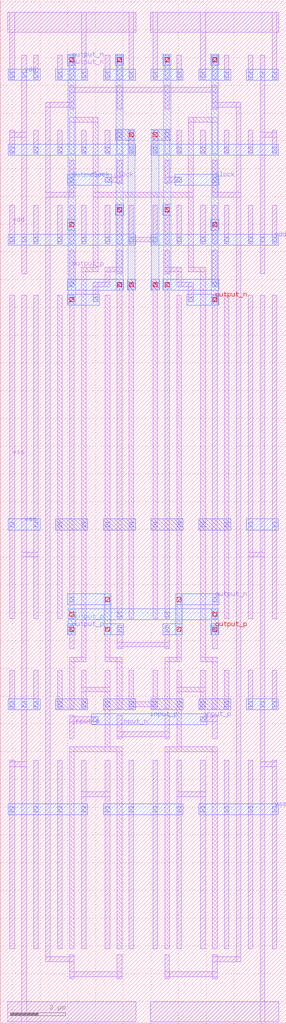
<source format=lef>
VERSION 5.8 ;
BUSBITCHARS "[]" ;
DIVIDERCHAR "/" ;

MACRO strong_arm
  CLASS CORE ;
  ORIGIN 0.43 35.79 ;
  FOREIGN strong_arm -0.43 -35.79 ;
  SIZE 10.32 BY 36.87 ;
  SYMMETRY X Y ;
  SITE coreSite ;
  PIN clock
    DIRECTION INPUT ;
    USE CLOCK ;
    PORT
      LAYER met1 ;
        RECT 5.875 -5.6 7.455 -5.2 ;
        RECT 2.005 -5.6 3.585 -5.2 ;
      LAYER li1 ;
        RECT 7.225 -2.785 8.255 -2.615 ;
        RECT 8.085 -33.565 8.255 -2.615 ;
        RECT 7.225 -6.025 8.255 -5.855 ;
        RECT 7.225 -33.565 8.255 -33.395 ;
        RECT 7.225 -2.855 7.395 -2.005 ;
        RECT 7.225 -6.025 7.395 -4.705 ;
        RECT 7.225 -34.175 7.395 -33.325 ;
        RECT 2.065 -2.245 7.395 -2.075 ;
        RECT 5.505 -34.105 7.395 -33.935 ;
        RECT 5.505 -2.855 5.675 -2.005 ;
        RECT 5.505 -34.175 5.675 -33.325 ;
        RECT 3.785 -2.855 3.955 -2.005 ;
        RECT 3.785 -34.175 3.955 -33.325 ;
        RECT 2.065 -34.105 3.955 -33.935 ;
        RECT 2.065 -2.855 2.235 -2.005 ;
        RECT 2.065 -6.025 2.235 -4.705 ;
        RECT 2.065 -34.175 2.235 -33.325 ;
        RECT 1.205 -2.785 2.235 -2.615 ;
        RECT 1.205 -6.025 2.235 -5.855 ;
        RECT 1.205 -33.565 2.235 -33.395 ;
        RECT 1.205 -33.565 1.375 -2.615 ;
        RECT 5.505 -5.485 6.105 -5.315 ;
        RECT 5.505 -5.555 5.675 -4.705 ;
        RECT 3.785 -5.555 3.955 -4.705 ;
        RECT 3.355 -5.485 3.955 -5.315 ;
      LAYER mcon ;
        RECT 2.065 -5.485 2.235 -5.315 ;
        RECT 3.355 -5.485 3.525 -5.315 ;
        RECT 5.935 -5.485 6.105 -5.315 ;
        RECT 7.225 -5.485 7.395 -5.315 ;
    END
  END clock
  PIN input_n
    DIRECTION INPUT ;
    USE SIGNAL ;
    PORT
      LAYER li1 ;
        RECT 5.505 -25.535 5.675 -24.685 ;
        RECT 3.785 -25.465 5.675 -25.295 ;
        RECT 3.785 -25.535 3.955 -24.685 ;
    END
  END input_n
  PIN input_p
    DIRECTION INPUT ;
    USE SIGNAL ;
    PORT
      LAYER met1 ;
        RECT 2.865 -25.04 7.025 -24.64 ;
      LAYER li1 ;
        RECT 7.225 -25.535 7.395 -24.685 ;
        RECT 6.795 -24.925 7.395 -24.755 ;
        RECT 2.065 -24.925 3.095 -24.755 ;
        RECT 2.065 -25.535 2.235 -24.685 ;
      LAYER mcon ;
        RECT 2.925 -24.925 3.095 -24.755 ;
        RECT 6.795 -24.925 6.965 -24.755 ;
    END
  END input_p
  PIN output_n
    DIRECTION OUTPUT ;
    USE SIGNAL ;
    PORT
      LAYER met2 ;
        RECT 7.18 -9.92 7.44 -0.88 ;
        RECT 5.89 -21.8 6.15 -20.32 ;
        RECT 3.31 -21.8 3.57 -20.32 ;
        RECT 2.02 -9.92 2.28 -0.88 ;
      LAYER met1 ;
        RECT 5.89 -20.72 7.455 -20.32 ;
        RECT 6.305 -9.92 7.455 -9.52 ;
        RECT 7.165 -7.22 7.455 -6.82 ;
        RECT 7.165 -1.28 7.455 -0.88 ;
        RECT 5.445 -21.8 6.15 -21.4 ;
        RECT 3.31 -21.8 4.015 -21.4 ;
        RECT 2.005 -20.72 3.57 -20.32 ;
        RECT 2.005 -9.92 3.155 -9.52 ;
        RECT 2.005 -7.22 2.295 -6.82 ;
        RECT 2.005 -1.28 2.295 -0.88 ;
      LAYER li1 ;
        RECT 7.225 -21.215 7.395 -9.565 ;
        RECT 7.225 -7.715 7.395 -6.325 ;
        RECT 7.225 -1.775 7.395 -0.925 ;
        RECT 5.935 -9.265 6.535 -9.095 ;
        RECT 6.365 -9.805 6.535 -9.095 ;
        RECT 5.505 -8.725 6.105 -8.555 ;
        RECT 5.935 -9.265 6.105 -8.555 ;
        RECT 5.505 -8.795 5.675 -7.945 ;
        RECT 5.505 -22.295 5.675 -21.445 ;
        RECT 3.785 -22.225 5.675 -22.055 ;
        RECT 3.785 -22.295 3.955 -21.445 ;
        RECT 3.785 -8.795 3.955 -7.945 ;
        RECT 3.355 -8.725 3.955 -8.555 ;
        RECT 3.355 -9.265 3.525 -8.555 ;
        RECT 2.925 -9.265 3.525 -9.095 ;
        RECT 2.925 -9.805 3.095 -9.095 ;
        RECT 2.065 -21.215 2.235 -9.565 ;
        RECT 2.065 -7.715 2.235 -6.325 ;
        RECT 2.065 -1.775 2.235 -0.925 ;
      LAYER mcon ;
        RECT 2.065 -1.165 2.235 -0.995 ;
        RECT 2.065 -7.105 2.235 -6.935 ;
        RECT 2.065 -9.805 2.235 -9.635 ;
        RECT 2.065 -20.605 2.235 -20.435 ;
        RECT 2.925 -9.805 3.095 -9.635 ;
        RECT 3.785 -21.685 3.955 -21.515 ;
        RECT 5.505 -21.685 5.675 -21.515 ;
        RECT 6.365 -9.805 6.535 -9.635 ;
        RECT 7.225 -1.165 7.395 -0.995 ;
        RECT 7.225 -7.105 7.395 -6.935 ;
        RECT 7.225 -9.805 7.395 -9.635 ;
        RECT 7.225 -20.605 7.395 -20.435 ;
      LAYER via ;
        RECT 2.075 -1.155 2.225 -1.005 ;
        RECT 2.075 -7.095 2.225 -6.945 ;
        RECT 2.075 -9.795 2.225 -9.645 ;
        RECT 3.365 -20.595 3.515 -20.445 ;
        RECT 3.365 -21.675 3.515 -21.525 ;
        RECT 5.945 -20.595 6.095 -20.445 ;
        RECT 5.945 -21.675 6.095 -21.525 ;
        RECT 7.235 -1.155 7.385 -1.005 ;
        RECT 7.235 -7.095 7.385 -6.945 ;
        RECT 7.235 -9.795 7.385 -9.645 ;
    END
  END output_n
  PIN output_p
    DIRECTION OUTPUT ;
    USE SIGNAL ;
    PORT
      LAYER met2 ;
        RECT 7.18 -21.8 7.44 -20.86 ;
        RECT 5.46 -9.38 5.72 -0.88 ;
        RECT 3.74 -9.38 4 -0.88 ;
        RECT 2.02 -21.8 2.28 -20.86 ;
      LAYER met1 ;
        RECT 7.165 -21.8 7.455 -21.4 ;
        RECT 5.445 -9.38 7.455 -8.98 ;
        RECT 2.02 -21.26 7.44 -20.86 ;
        RECT 5.445 -6.68 5.735 -6.28 ;
        RECT 5.445 -1.28 5.735 -0.88 ;
        RECT 2.005 -9.38 4.015 -8.98 ;
        RECT 3.725 -6.68 4.015 -6.28 ;
        RECT 3.725 -1.28 4.015 -0.88 ;
        RECT 2.005 -21.8 2.295 -21.4 ;
      LAYER li1 ;
        RECT 7.225 -22.295 7.395 -21.445 ;
        RECT 7.225 -9.265 7.395 -7.945 ;
        RECT 5.505 -21.215 5.675 -9.095 ;
        RECT 5.505 -7.715 5.675 -6.325 ;
        RECT 5.505 -1.775 5.675 -0.925 ;
        RECT 3.785 -21.215 3.955 -9.095 ;
        RECT 3.785 -7.715 3.955 -6.325 ;
        RECT 3.785 -1.775 3.955 -0.925 ;
        RECT 2.065 -22.295 2.235 -21.445 ;
        RECT 2.065 -9.265 2.235 -7.945 ;
      LAYER mcon ;
        RECT 2.065 -9.265 2.235 -9.095 ;
        RECT 2.065 -21.685 2.235 -21.515 ;
        RECT 3.785 -1.165 3.955 -0.995 ;
        RECT 3.785 -6.565 3.955 -6.395 ;
        RECT 3.785 -9.265 3.955 -9.095 ;
        RECT 3.785 -21.145 3.955 -20.975 ;
        RECT 5.505 -1.165 5.675 -0.995 ;
        RECT 5.505 -6.565 5.675 -6.395 ;
        RECT 5.505 -9.265 5.675 -9.095 ;
        RECT 5.505 -21.145 5.675 -20.975 ;
        RECT 7.225 -9.265 7.395 -9.095 ;
        RECT 7.225 -21.685 7.395 -21.515 ;
      LAYER via ;
        RECT 2.075 -21.135 2.225 -20.985 ;
        RECT 2.075 -21.675 2.225 -21.525 ;
        RECT 3.795 -1.155 3.945 -1.005 ;
        RECT 3.795 -6.555 3.945 -6.405 ;
        RECT 3.795 -9.255 3.945 -9.105 ;
        RECT 5.515 -1.155 5.665 -1.005 ;
        RECT 5.515 -6.555 5.665 -6.405 ;
        RECT 5.515 -9.255 5.665 -9.105 ;
        RECT 7.235 -21.135 7.385 -20.985 ;
        RECT 7.235 -21.675 7.385 -21.525 ;
    END
  END output_p
  PIN vdd
    DIRECTION INOUT ;
    USE POWER ;
    PORT
      LAYER met1 ;
        RECT 5.015 -7.76 9.605 -7.36 ;
        RECT 5.015 -4.52 9.605 -4.12 ;
        RECT 8.455 -1.82 9.605 -1.42 ;
        RECT 6.735 -1.82 7.885 -1.42 ;
        RECT 5.015 -1.82 6.165 -1.42 ;
        RECT -0.145 -7.76 4.445 -7.36 ;
        RECT -0.145 -4.52 4.445 -4.12 ;
        RECT 3.295 -1.82 4.445 -1.42 ;
        RECT 1.575 -1.82 2.725 -1.42 ;
        RECT -0.145 -1.82 1.005 -1.42 ;
      LAYER li1 ;
        RECT 4.995 -0.085 9.625 0.625 ;
        RECT 9.375 -1.775 9.545 0.625 ;
        RECT 6.795 -1.775 6.965 0.625 ;
        RECT 5.075 -1.775 5.245 0.625 ;
        RECT 9.375 -7.715 9.545 -6.325 ;
        RECT 9.375 -4.475 9.545 -3.625 ;
        RECT 8.945 -3.865 9.545 -3.695 ;
        RECT 8.945 -8.795 9.115 -0.925 ;
        RECT 8.515 -7.715 8.685 -6.325 ;
        RECT 8.515 -4.475 8.685 -3.625 ;
        RECT 8.515 -1.775 8.685 -0.925 ;
        RECT 7.655 -7.715 7.825 -6.325 ;
        RECT 7.655 -4.475 7.825 -3.625 ;
        RECT 7.655 -1.775 7.825 -0.925 ;
        RECT 6.795 -7.715 6.965 -6.325 ;
        RECT 6.795 -4.475 6.965 -3.625 ;
        RECT 5.935 -7.715 6.105 -6.325 ;
        RECT 5.935 -4.475 6.105 -3.625 ;
        RECT 5.935 -1.775 6.105 -0.925 ;
        RECT 5.075 -7.715 5.245 -6.325 ;
        RECT 4.215 -7.645 5.245 -7.475 ;
        RECT 4.215 -7.715 4.385 -6.325 ;
        RECT 5.075 -4.475 5.245 -3.625 ;
        RECT -0.165 -0.085 4.465 0.625 ;
        RECT 4.215 -1.775 4.385 0.625 ;
        RECT 2.495 -1.775 2.665 0.625 ;
        RECT -0.085 -1.775 0.085 0.625 ;
        RECT 4.215 -4.475 4.385 -3.625 ;
        RECT 3.355 -7.715 3.525 -6.325 ;
        RECT 3.355 -4.475 3.525 -3.625 ;
        RECT 3.355 -1.775 3.525 -0.925 ;
        RECT 2.495 -7.715 2.665 -6.325 ;
        RECT 2.495 -4.475 2.665 -3.625 ;
        RECT 1.635 -7.715 1.805 -6.325 ;
        RECT 1.635 -4.475 1.805 -3.625 ;
        RECT 1.635 -1.775 1.805 -0.925 ;
        RECT 0.775 -7.715 0.945 -6.325 ;
        RECT 0.775 -4.475 0.945 -3.625 ;
        RECT 0.775 -1.775 0.945 -0.925 ;
        RECT 0.345 -8.795 0.515 -0.925 ;
        RECT -0.085 -3.865 0.515 -3.695 ;
        RECT -0.085 -4.475 0.085 -3.625 ;
        RECT -0.085 -7.715 0.085 -6.325 ;
      LAYER mcon ;
        RECT -0.085 -1.705 0.085 -1.535 ;
        RECT -0.085 -4.405 0.085 -4.235 ;
        RECT -0.085 -7.645 0.085 -7.475 ;
        RECT 0.345 -1.705 0.515 -1.535 ;
        RECT 0.345 -7.645 0.515 -7.475 ;
        RECT 0.775 -1.705 0.945 -1.535 ;
        RECT 0.775 -4.405 0.945 -4.235 ;
        RECT 0.775 -7.645 0.945 -7.475 ;
        RECT 1.635 -1.705 1.805 -1.535 ;
        RECT 1.635 -4.405 1.805 -4.235 ;
        RECT 1.635 -7.645 1.805 -7.475 ;
        RECT 2.495 -1.705 2.665 -1.535 ;
        RECT 2.495 -4.405 2.665 -4.235 ;
        RECT 2.495 -7.645 2.665 -7.475 ;
        RECT 3.355 -1.705 3.525 -1.535 ;
        RECT 3.355 -4.405 3.525 -4.235 ;
        RECT 3.355 -7.645 3.525 -7.475 ;
        RECT 4.215 -1.705 4.385 -1.535 ;
        RECT 4.215 -4.405 4.385 -4.235 ;
        RECT 4.215 -7.645 4.385 -7.475 ;
        RECT 5.075 -1.705 5.245 -1.535 ;
        RECT 5.075 -4.405 5.245 -4.235 ;
        RECT 5.075 -7.645 5.245 -7.475 ;
        RECT 5.935 -1.705 6.105 -1.535 ;
        RECT 5.935 -4.405 6.105 -4.235 ;
        RECT 5.935 -7.645 6.105 -7.475 ;
        RECT 6.795 -1.705 6.965 -1.535 ;
        RECT 6.795 -4.405 6.965 -4.235 ;
        RECT 6.795 -7.645 6.965 -7.475 ;
        RECT 7.655 -1.705 7.825 -1.535 ;
        RECT 7.655 -4.405 7.825 -4.235 ;
        RECT 7.655 -7.645 7.825 -7.475 ;
        RECT 8.515 -1.705 8.685 -1.535 ;
        RECT 8.515 -4.405 8.685 -4.235 ;
        RECT 8.515 -7.645 8.685 -7.475 ;
        RECT 8.945 -1.705 9.115 -1.535 ;
        RECT 8.945 -7.645 9.115 -7.475 ;
        RECT 9.375 -1.705 9.545 -1.535 ;
        RECT 9.375 -4.405 9.545 -4.235 ;
        RECT 9.375 -7.645 9.545 -7.475 ;
    END
  END vdd
  PIN vss
    DIRECTION INOUT ;
    USE GROUND ;
    PORT
      LAYER met1 ;
        RECT 6.735 -28.28 9.605 -27.88 ;
        RECT 8.455 -24.5 9.605 -24.1 ;
        RECT 8.455 -18.02 9.605 -17.62 ;
        RECT 3.295 -28.28 6.165 -27.88 ;
        RECT -0.145 -28.28 2.725 -27.88 ;
        RECT -0.145 -24.5 1.005 -24.1 ;
        RECT -0.145 -18.02 1.005 -17.62 ;
      LAYER li1 ;
        RECT 4.995 -35.725 9.625 -35.015 ;
        RECT 9.375 -33.095 9.545 -26.305 ;
        RECT 8.945 -26.545 9.545 -26.375 ;
        RECT 8.945 -35.725 9.115 -9.565 ;
        RECT 8.515 -18.985 9.115 -18.815 ;
        RECT 8.515 -21.215 8.685 -9.565 ;
        RECT 9.375 -24.455 9.545 -23.065 ;
        RECT 9.375 -21.215 9.545 -9.565 ;
        RECT 8.515 -33.095 8.685 -26.305 ;
        RECT 8.515 -24.455 8.685 -23.065 ;
        RECT 7.655 -33.095 7.825 -26.305 ;
        RECT 6.795 -33.095 6.965 -26.305 ;
        RECT 5.935 -27.625 6.965 -27.455 ;
        RECT 5.935 -33.095 6.105 -26.305 ;
        RECT 5.075 -33.095 5.245 -26.305 ;
        RECT -0.165 -35.725 4.465 -35.015 ;
        RECT 0.775 -21.215 0.945 -9.565 ;
        RECT 0.345 -18.985 0.945 -18.815 ;
        RECT 0.345 -35.725 0.515 -9.565 ;
        RECT -0.085 -26.545 0.515 -26.375 ;
        RECT -0.085 -33.095 0.085 -26.305 ;
        RECT 4.215 -33.095 4.385 -26.305 ;
        RECT 3.355 -33.095 3.525 -26.305 ;
        RECT 2.495 -27.625 3.525 -27.455 ;
        RECT 2.495 -33.095 2.665 -26.305 ;
        RECT 1.635 -33.095 1.805 -26.305 ;
        RECT 0.775 -33.095 0.945 -26.305 ;
        RECT 0.775 -24.455 0.945 -23.065 ;
        RECT -0.085 -24.455 0.085 -23.065 ;
        RECT -0.085 -21.215 0.085 -9.565 ;
      LAYER mcon ;
        RECT -0.085 -17.905 0.085 -17.735 ;
        RECT -0.085 -24.385 0.085 -24.215 ;
        RECT -0.085 -28.165 0.085 -27.995 ;
        RECT 0.345 -24.385 0.515 -24.215 ;
        RECT 0.775 -17.905 0.945 -17.735 ;
        RECT 0.775 -24.385 0.945 -24.215 ;
        RECT 0.775 -28.165 0.945 -27.995 ;
        RECT 1.635 -28.165 1.805 -27.995 ;
        RECT 2.495 -28.165 2.665 -27.995 ;
        RECT 3.355 -28.165 3.525 -27.995 ;
        RECT 4.215 -28.165 4.385 -27.995 ;
        RECT 5.075 -28.165 5.245 -27.995 ;
        RECT 5.935 -28.165 6.105 -27.995 ;
        RECT 6.795 -28.165 6.965 -27.995 ;
        RECT 7.655 -28.165 7.825 -27.995 ;
        RECT 8.515 -17.905 8.685 -17.735 ;
        RECT 8.515 -24.385 8.685 -24.215 ;
        RECT 8.515 -28.165 8.685 -27.995 ;
        RECT 8.945 -24.385 9.115 -24.215 ;
        RECT 9.375 -17.905 9.545 -17.735 ;
        RECT 9.375 -24.385 9.545 -24.215 ;
        RECT 9.375 -28.165 9.545 -27.995 ;
    END
  END vss
  OBS
    LAYER mcon ;
      RECT 7.655 -24.385 7.825 -24.215 ;
      RECT 7.655 -17.905 7.825 -17.735 ;
      RECT 6.795 -24.385 6.965 -24.215 ;
      RECT 6.795 -17.905 6.965 -17.735 ;
      RECT 5.935 -24.385 6.105 -24.215 ;
      RECT 5.935 -17.905 6.105 -17.735 ;
      RECT 5.505 -3.865 5.675 -3.695 ;
      RECT 5.075 -24.385 5.245 -24.215 ;
      RECT 5.075 -17.905 5.245 -17.735 ;
      RECT 5.075 -9.265 5.245 -9.095 ;
      RECT 4.215 -24.385 4.385 -24.215 ;
      RECT 4.215 -17.905 4.385 -17.735 ;
      RECT 4.215 -9.265 4.385 -9.095 ;
      RECT 3.785 -3.865 3.955 -3.695 ;
      RECT 3.355 -24.385 3.525 -24.215 ;
      RECT 3.355 -17.905 3.525 -17.735 ;
      RECT 2.495 -24.385 2.665 -24.215 ;
      RECT 2.495 -17.905 2.665 -17.735 ;
      RECT 1.635 -24.385 1.805 -24.215 ;
      RECT 1.635 -17.905 1.805 -17.735 ;
    LAYER met1 ;
      RECT 6.735 -24.5 7.885 -24.1 ;
      RECT 6.735 -18.02 7.885 -17.62 ;
      RECT 5.015 -24.5 6.165 -24.1 ;
      RECT 5.015 -18.02 6.165 -17.62 ;
      RECT 5.03 -3.98 5.735 -3.58 ;
      RECT 5.015 -9.38 5.305 -8.98 ;
      RECT 3.295 -24.5 4.445 -24.1 ;
      RECT 3.295 -18.02 4.445 -17.62 ;
      RECT 4.155 -9.38 4.445 -8.98 ;
      RECT 3.725 -3.98 4.43 -3.58 ;
      RECT 1.575 -24.5 2.725 -24.1 ;
      RECT 1.575 -18.02 2.725 -17.62 ;
    LAYER via ;
      RECT 5.085 -9.255 5.235 -9.105 ;
      RECT 5.085 -3.855 5.235 -3.705 ;
      RECT 4.225 -9.255 4.375 -9.105 ;
      RECT 4.225 -3.855 4.375 -3.705 ;
    LAYER met2 ;
      RECT 5.03 -9.38 5.29 -3.58 ;
      RECT 4.17 -9.38 4.43 -3.58 ;
    LAYER li1 ;
      RECT 6.795 -24.455 6.965 -23.065 ;
      RECT 5.935 -26.005 6.105 -23.065 ;
      RECT 5.935 -23.845 6.965 -23.675 ;
      RECT 5.505 -26.005 7.395 -25.835 ;
      RECT 7.225 -33.095 7.395 -25.835 ;
      RECT 5.505 -33.095 5.675 -25.835 ;
      RECT 6.365 -3.325 7.395 -3.155 ;
      RECT 7.225 -4.475 7.395 -3.155 ;
      RECT 2.065 -3.325 3.095 -3.155 ;
      RECT 2.925 -8.725 3.095 -3.155 ;
      RECT 6.365 -8.725 6.535 -3.155 ;
      RECT 2.065 -4.475 2.235 -3.155 ;
      RECT 2.925 -6.025 6.535 -5.855 ;
      RECT 6.365 -8.725 6.965 -8.555 ;
      RECT 6.795 -22.765 6.965 -8.555 ;
      RECT 2.495 -8.725 3.095 -8.555 ;
      RECT 2.495 -22.765 2.665 -8.555 ;
      RECT 6.795 -22.765 7.395 -22.595 ;
      RECT 7.225 -24.455 7.395 -22.595 ;
      RECT 2.065 -22.765 2.665 -22.595 ;
      RECT 2.065 -24.455 2.235 -22.595 ;
      RECT 5.935 -22.765 6.105 -9.565 ;
      RECT 5.505 -22.765 6.105 -22.595 ;
      RECT 5.505 -24.455 5.675 -22.595 ;
      RECT 5.075 -24.455 5.245 -23.065 ;
      RECT 4.215 -24.455 4.385 -23.065 ;
      RECT 4.215 -24.385 5.245 -24.215 ;
      RECT 3.355 -26.005 3.525 -23.065 ;
      RECT 2.495 -24.455 2.665 -23.065 ;
      RECT 2.495 -23.845 3.525 -23.675 ;
      RECT 2.065 -26.005 3.955 -25.835 ;
      RECT 3.785 -33.095 3.955 -25.835 ;
      RECT 2.065 -33.095 2.235 -25.835 ;
      RECT 3.355 -22.765 3.525 -9.565 ;
      RECT 3.355 -22.765 3.955 -22.595 ;
      RECT 3.785 -24.455 3.955 -22.595 ;
      RECT 7.655 -24.455 7.825 -23.065 ;
      RECT 7.655 -21.215 7.825 -9.565 ;
      RECT 5.505 -4.475 5.675 -3.625 ;
      RECT 5.075 -21.215 5.245 -9.095 ;
      RECT 4.215 -21.215 4.385 -9.095 ;
      RECT 3.785 -4.475 3.955 -3.625 ;
      RECT 1.635 -24.455 1.805 -23.065 ;
      RECT 1.635 -21.215 1.805 -9.565 ;
  END
END strong_arm

MACRO two_finger_mos_tile_1
  CLASS CORE ;
  ORIGIN 0 1.62 ;
  FOREIGN two_finger_mos_tile_1 0 -1.62 ;
  SIZE 1.72 BY 3.24 ;
  SYMMETRY X Y ;
  SITE coreSite ;
  PIN d
    DIRECTION INPUT ;
    USE SIGNAL ;
    PORT
      LAYER li1 ;
        RECT 0.775 -0.155 0.945 1.235 ;
    END
  END d
  PIN g
    DIRECTION INPUT ;
    USE SIGNAL ;
    PORT
      LAYER li1 ;
        RECT 0.775 -1.235 0.945 -0.385 ;
    END
  END g
  PIN s
    DIRECTION INPUT ;
    USE SIGNAL ;
    PORT
      LAYER met1 ;
        RECT 0.285 -0.2 1.435 0.2 ;
      LAYER li1 ;
        RECT 1.205 -0.155 1.375 1.235 ;
        RECT 0.345 -0.155 0.515 1.235 ;
      LAYER mcon ;
        RECT 0.345 -0.085 0.515 0.085 ;
        RECT 1.205 -0.085 1.375 0.085 ;
    END
  END s
END two_finger_mos_tile_1

END LIBRARY

</source>
